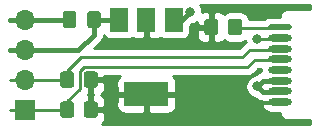
<source format=gtl>
%TF.GenerationSoftware,KiCad,Pcbnew,(5.1.12)-1*%
%TF.CreationDate,2022-05-16T22:14:10+01:00*%
%TF.ProjectId,wiicam,77696963-616d-42e6-9b69-6361645f7063,rev?*%
%TF.SameCoordinates,Original*%
%TF.FileFunction,Copper,L1,Top*%
%TF.FilePolarity,Positive*%
%FSLAX46Y46*%
G04 Gerber Fmt 4.6, Leading zero omitted, Abs format (unit mm)*
G04 Created by KiCad (PCBNEW (5.1.12)-1) date 2022-05-16 22:14:10*
%MOMM*%
%LPD*%
G01*
G04 APERTURE LIST*
%TA.AperFunction,SMDPad,CuDef*%
%ADD10O,2.000000X0.560000*%
%TD*%
%TA.AperFunction,SMDPad,CuDef*%
%ADD11O,2.000000X0.600000*%
%TD*%
%TA.AperFunction,ComponentPad*%
%ADD12O,1.700000X1.700000*%
%TD*%
%TA.AperFunction,ComponentPad*%
%ADD13R,1.700000X1.700000*%
%TD*%
%TA.AperFunction,SMDPad,CuDef*%
%ADD14R,1.500000X2.000000*%
%TD*%
%TA.AperFunction,SMDPad,CuDef*%
%ADD15R,3.800000X2.000000*%
%TD*%
%TA.AperFunction,ViaPad*%
%ADD16C,0.800000*%
%TD*%
%TA.AperFunction,Conductor*%
%ADD17C,0.400000*%
%TD*%
%TA.AperFunction,Conductor*%
%ADD18C,0.250000*%
%TD*%
%TA.AperFunction,Conductor*%
%ADD19C,0.254000*%
%TD*%
%TA.AperFunction,Conductor*%
%ADD20C,0.100000*%
%TD*%
G04 APERTURE END LIST*
%TA.AperFunction,SMDPad,CuDef*%
G36*
G01*
X161255000Y-120784999D02*
X161255000Y-121685001D01*
G75*
G02*
X161005001Y-121935000I-249999J0D01*
G01*
X160304999Y-121935000D01*
G75*
G02*
X160055000Y-121685001I0J249999D01*
G01*
X160055000Y-120784999D01*
G75*
G02*
X160304999Y-120535000I249999J0D01*
G01*
X161005001Y-120535000D01*
G75*
G02*
X161255000Y-120784999I0J-249999D01*
G01*
G37*
%TD.AperFunction*%
%TA.AperFunction,SMDPad,CuDef*%
G36*
G01*
X159255000Y-120784999D02*
X159255000Y-121685001D01*
G75*
G02*
X159005001Y-121935000I-249999J0D01*
G01*
X158304999Y-121935000D01*
G75*
G02*
X158055000Y-121685001I0J249999D01*
G01*
X158055000Y-120784999D01*
G75*
G02*
X158304999Y-120535000I249999J0D01*
G01*
X159005001Y-120535000D01*
G75*
G02*
X159255000Y-120784999I0J-249999D01*
G01*
G37*
%TD.AperFunction*%
D10*
X164465000Y-121260000D03*
D11*
X164465000Y-122160000D03*
X164465000Y-123060000D03*
X164465000Y-123960000D03*
X164465000Y-124860000D03*
X164465000Y-125760000D03*
X164465000Y-126660000D03*
X164465000Y-127560000D03*
%TA.AperFunction,SMDPad,CuDef*%
G36*
G01*
X149304500Y-120125000D02*
X149304500Y-121075000D01*
G75*
G02*
X149054500Y-121325000I-250000J0D01*
G01*
X148379500Y-121325000D01*
G75*
G02*
X148129500Y-121075000I0J250000D01*
G01*
X148129500Y-120125000D01*
G75*
G02*
X148379500Y-119875000I250000J0D01*
G01*
X149054500Y-119875000D01*
G75*
G02*
X149304500Y-120125000I0J-250000D01*
G01*
G37*
%TD.AperFunction*%
%TA.AperFunction,SMDPad,CuDef*%
G36*
G01*
X147229500Y-120125000D02*
X147229500Y-121075000D01*
G75*
G02*
X146979500Y-121325000I-250000J0D01*
G01*
X146304500Y-121325000D01*
G75*
G02*
X146054500Y-121075000I0J250000D01*
G01*
X146054500Y-120125000D01*
G75*
G02*
X146304500Y-119875000I250000J0D01*
G01*
X146979500Y-119875000D01*
G75*
G02*
X147229500Y-120125000I0J-250000D01*
G01*
G37*
%TD.AperFunction*%
%TA.AperFunction,SMDPad,CuDef*%
G36*
G01*
X145847000Y-126130001D02*
X145847000Y-125229999D01*
G75*
G02*
X146096999Y-124980000I249999J0D01*
G01*
X146797001Y-124980000D01*
G75*
G02*
X147047000Y-125229999I0J-249999D01*
G01*
X147047000Y-126130001D01*
G75*
G02*
X146797001Y-126380000I-249999J0D01*
G01*
X146096999Y-126380000D01*
G75*
G02*
X145847000Y-126130001I0J249999D01*
G01*
G37*
%TD.AperFunction*%
%TA.AperFunction,SMDPad,CuDef*%
G36*
G01*
X147847000Y-126130001D02*
X147847000Y-125229999D01*
G75*
G02*
X148096999Y-124980000I249999J0D01*
G01*
X148797001Y-124980000D01*
G75*
G02*
X149047000Y-125229999I0J-249999D01*
G01*
X149047000Y-126130001D01*
G75*
G02*
X148797001Y-126380000I-249999J0D01*
G01*
X148096999Y-126380000D01*
G75*
G02*
X147847000Y-126130001I0J249999D01*
G01*
G37*
%TD.AperFunction*%
D12*
X142875000Y-120600000D03*
X142875000Y-123140000D03*
X142875000Y-125680000D03*
D13*
X142875000Y-128220000D03*
%TA.AperFunction,SMDPad,CuDef*%
G36*
G01*
X147847000Y-128670001D02*
X147847000Y-127769999D01*
G75*
G02*
X148096999Y-127520000I249999J0D01*
G01*
X148797001Y-127520000D01*
G75*
G02*
X149047000Y-127769999I0J-249999D01*
G01*
X149047000Y-128670001D01*
G75*
G02*
X148797001Y-128920000I-249999J0D01*
G01*
X148096999Y-128920000D01*
G75*
G02*
X147847000Y-128670001I0J249999D01*
G01*
G37*
%TD.AperFunction*%
%TA.AperFunction,SMDPad,CuDef*%
G36*
G01*
X145847000Y-128670001D02*
X145847000Y-127769999D01*
G75*
G02*
X146096999Y-127520000I249999J0D01*
G01*
X146797001Y-127520000D01*
G75*
G02*
X147047000Y-127769999I0J-249999D01*
G01*
X147047000Y-128670001D01*
G75*
G02*
X146797001Y-128920000I-249999J0D01*
G01*
X146096999Y-128920000D01*
G75*
G02*
X145847000Y-128670001I0J249999D01*
G01*
G37*
%TD.AperFunction*%
D14*
X155462000Y-120625000D03*
X150862000Y-120625000D03*
X153162000Y-120625000D03*
D15*
X153162000Y-126925000D03*
D16*
X158750000Y-126950000D03*
X150495000Y-126950000D03*
X149860000Y-122505000D03*
X162560000Y-122210000D03*
X162560000Y-126260000D03*
X156845000Y-119965000D03*
D17*
X150520000Y-126925000D02*
X150495000Y-126950000D01*
X153162000Y-126925000D02*
X150520000Y-126925000D01*
D18*
X164465000Y-122210000D02*
X162560000Y-122210000D01*
D17*
X150862000Y-120650000D02*
X148767000Y-120650000D01*
X148717000Y-121870000D02*
X148717000Y-120600000D01*
X147397000Y-123190000D02*
X148717000Y-121870000D01*
X141605000Y-123190000D02*
X147397000Y-123190000D01*
D18*
X141605000Y-128220000D02*
X144415000Y-128220000D01*
X146447000Y-127520000D02*
X146447000Y-128220000D01*
X147521990Y-126445010D02*
X146447000Y-127520000D01*
X147521990Y-124991820D02*
X147521990Y-126445010D01*
X147858820Y-124654990D02*
X147521990Y-124991820D01*
X162325000Y-124010000D02*
X161680010Y-124654990D01*
X164465000Y-124010000D02*
X162325000Y-124010000D01*
X161680010Y-124654990D02*
X147858820Y-124654990D01*
X144415000Y-128220000D02*
X146447000Y-128220000D01*
X141605000Y-125680000D02*
X144415000Y-125680000D01*
X164435000Y-123140000D02*
X164465000Y-123110000D01*
X161925000Y-123140000D02*
X164435000Y-123140000D01*
X161290000Y-123775000D02*
X161925000Y-123140000D01*
X146447000Y-124980000D02*
X147652000Y-123775000D01*
X146447000Y-125680000D02*
X146447000Y-124980000D01*
X147652000Y-123775000D02*
X161290000Y-123775000D01*
X144415000Y-125680000D02*
X146447000Y-125680000D01*
X160730000Y-121310000D02*
X160655000Y-121235000D01*
X164465000Y-121310000D02*
X160730000Y-121310000D01*
D17*
X163010000Y-125810000D02*
X162560000Y-126260000D01*
X164465000Y-125810000D02*
X163010000Y-125810000D01*
X163010000Y-126710000D02*
X162560000Y-126260000D01*
X164465000Y-126710000D02*
X163010000Y-126710000D01*
X146592000Y-120650000D02*
X146642000Y-120600000D01*
X141605000Y-120650000D02*
X146592000Y-120650000D01*
X156185000Y-120625000D02*
X156845000Y-119965000D01*
X155462000Y-120625000D02*
X156185000Y-120625000D01*
D19*
X162825476Y-124860000D02*
X162838234Y-124989532D01*
X162688913Y-125034828D01*
X162543854Y-125112364D01*
X162416709Y-125216709D01*
X162400510Y-125236448D01*
X162258102Y-125264774D01*
X162069744Y-125342795D01*
X161900226Y-125456063D01*
X161756063Y-125600226D01*
X161642795Y-125769744D01*
X161564774Y-125958102D01*
X161525000Y-126158061D01*
X161525000Y-126361939D01*
X161564774Y-126561898D01*
X161642795Y-126750256D01*
X161756063Y-126919774D01*
X161900226Y-127063937D01*
X162069744Y-127177205D01*
X162258102Y-127255226D01*
X162400510Y-127283552D01*
X162416709Y-127303291D01*
X162543854Y-127407636D01*
X162684228Y-127482668D01*
X162688913Y-127485172D01*
X162846311Y-127532918D01*
X163009999Y-127549040D01*
X163051018Y-127545000D01*
X163461479Y-127545000D01*
X163581708Y-127581471D01*
X163719068Y-127595000D01*
X164440000Y-127595000D01*
X164440000Y-127707000D01*
X164338000Y-127707000D01*
X164338000Y-127687000D01*
X162999210Y-127687000D01*
X162869937Y-127830347D01*
X162917018Y-127973862D01*
X163014052Y-128131343D01*
X163139945Y-128266867D01*
X163289858Y-128375227D01*
X163458031Y-128452258D01*
X163638000Y-128495000D01*
X164440254Y-128495000D01*
X164449550Y-128589383D01*
X164487290Y-128713793D01*
X164548575Y-128828450D01*
X164570343Y-128854974D01*
X164631052Y-128928948D01*
X164731550Y-129011425D01*
X164846207Y-129072710D01*
X164970617Y-129110450D01*
X165100000Y-129123193D01*
X165132419Y-129120000D01*
X166980000Y-129120000D01*
X166980001Y-129465000D01*
X149374436Y-129465000D01*
X149401494Y-129450537D01*
X149498185Y-129371185D01*
X149577537Y-129274494D01*
X149636502Y-129164180D01*
X149672812Y-129044482D01*
X149685072Y-128920000D01*
X149682000Y-128505750D01*
X149523250Y-128347000D01*
X148574000Y-128347000D01*
X148574000Y-128367000D01*
X148320000Y-128367000D01*
X148320000Y-128347000D01*
X148300000Y-128347000D01*
X148300000Y-128093000D01*
X148320000Y-128093000D01*
X148320000Y-127043750D01*
X148226250Y-126950000D01*
X148320000Y-126856250D01*
X148320000Y-125807000D01*
X148574000Y-125807000D01*
X148574000Y-126856250D01*
X148667750Y-126950000D01*
X148574000Y-127043750D01*
X148574000Y-128093000D01*
X149523250Y-128093000D01*
X149682000Y-127934250D01*
X149682068Y-127925000D01*
X150623928Y-127925000D01*
X150636188Y-128049482D01*
X150672498Y-128169180D01*
X150731463Y-128279494D01*
X150810815Y-128376185D01*
X150907506Y-128455537D01*
X151017820Y-128514502D01*
X151137518Y-128550812D01*
X151262000Y-128563072D01*
X152876250Y-128560000D01*
X153035000Y-128401250D01*
X153035000Y-127052000D01*
X153289000Y-127052000D01*
X153289000Y-128401250D01*
X153447750Y-128560000D01*
X155062000Y-128563072D01*
X155186482Y-128550812D01*
X155306180Y-128514502D01*
X155416494Y-128455537D01*
X155513185Y-128376185D01*
X155592537Y-128279494D01*
X155651502Y-128169180D01*
X155687812Y-128049482D01*
X155700072Y-127925000D01*
X155697000Y-127210750D01*
X155538250Y-127052000D01*
X153289000Y-127052000D01*
X153035000Y-127052000D01*
X150785750Y-127052000D01*
X150627000Y-127210750D01*
X150623928Y-127925000D01*
X149682068Y-127925000D01*
X149685072Y-127520000D01*
X149672812Y-127395518D01*
X149636502Y-127275820D01*
X149577537Y-127165506D01*
X149498185Y-127068815D01*
X149401494Y-126989463D01*
X149327665Y-126950000D01*
X149401494Y-126910537D01*
X149498185Y-126831185D01*
X149577537Y-126734494D01*
X149636502Y-126624180D01*
X149672812Y-126504482D01*
X149685072Y-126380000D01*
X149682000Y-125965750D01*
X149523250Y-125807000D01*
X148574000Y-125807000D01*
X148320000Y-125807000D01*
X148300000Y-125807000D01*
X148300000Y-125553000D01*
X148320000Y-125553000D01*
X148320000Y-125533000D01*
X148574000Y-125533000D01*
X148574000Y-125553000D01*
X149523250Y-125553000D01*
X149661260Y-125414990D01*
X150882494Y-125414990D01*
X150810815Y-125473815D01*
X150731463Y-125570506D01*
X150672498Y-125680820D01*
X150636188Y-125800518D01*
X150623928Y-125925000D01*
X150627000Y-126639250D01*
X150785750Y-126798000D01*
X153035000Y-126798000D01*
X153035000Y-126778000D01*
X153289000Y-126778000D01*
X153289000Y-126798000D01*
X155538250Y-126798000D01*
X155697000Y-126639250D01*
X155700072Y-125925000D01*
X155687812Y-125800518D01*
X155651502Y-125680820D01*
X155592537Y-125570506D01*
X155513185Y-125473815D01*
X155441506Y-125414990D01*
X161642688Y-125414990D01*
X161680010Y-125418666D01*
X161717332Y-125414990D01*
X161717343Y-125414990D01*
X161828996Y-125403993D01*
X161972257Y-125360536D01*
X162104286Y-125289964D01*
X162220011Y-125194991D01*
X162243813Y-125165988D01*
X162639802Y-124770000D01*
X162834340Y-124770000D01*
X162825476Y-124860000D01*
%TA.AperFunction,Conductor*%
D20*
G36*
X162825476Y-124860000D02*
G01*
X162838234Y-124989532D01*
X162688913Y-125034828D01*
X162543854Y-125112364D01*
X162416709Y-125216709D01*
X162400510Y-125236448D01*
X162258102Y-125264774D01*
X162069744Y-125342795D01*
X161900226Y-125456063D01*
X161756063Y-125600226D01*
X161642795Y-125769744D01*
X161564774Y-125958102D01*
X161525000Y-126158061D01*
X161525000Y-126361939D01*
X161564774Y-126561898D01*
X161642795Y-126750256D01*
X161756063Y-126919774D01*
X161900226Y-127063937D01*
X162069744Y-127177205D01*
X162258102Y-127255226D01*
X162400510Y-127283552D01*
X162416709Y-127303291D01*
X162543854Y-127407636D01*
X162684228Y-127482668D01*
X162688913Y-127485172D01*
X162846311Y-127532918D01*
X163009999Y-127549040D01*
X163051018Y-127545000D01*
X163461479Y-127545000D01*
X163581708Y-127581471D01*
X163719068Y-127595000D01*
X164440000Y-127595000D01*
X164440000Y-127707000D01*
X164338000Y-127707000D01*
X164338000Y-127687000D01*
X162999210Y-127687000D01*
X162869937Y-127830347D01*
X162917018Y-127973862D01*
X163014052Y-128131343D01*
X163139945Y-128266867D01*
X163289858Y-128375227D01*
X163458031Y-128452258D01*
X163638000Y-128495000D01*
X164440254Y-128495000D01*
X164449550Y-128589383D01*
X164487290Y-128713793D01*
X164548575Y-128828450D01*
X164570343Y-128854974D01*
X164631052Y-128928948D01*
X164731550Y-129011425D01*
X164846207Y-129072710D01*
X164970617Y-129110450D01*
X165100000Y-129123193D01*
X165132419Y-129120000D01*
X166980000Y-129120000D01*
X166980001Y-129465000D01*
X149374436Y-129465000D01*
X149401494Y-129450537D01*
X149498185Y-129371185D01*
X149577537Y-129274494D01*
X149636502Y-129164180D01*
X149672812Y-129044482D01*
X149685072Y-128920000D01*
X149682000Y-128505750D01*
X149523250Y-128347000D01*
X148574000Y-128347000D01*
X148574000Y-128367000D01*
X148320000Y-128367000D01*
X148320000Y-128347000D01*
X148300000Y-128347000D01*
X148300000Y-128093000D01*
X148320000Y-128093000D01*
X148320000Y-127043750D01*
X148226250Y-126950000D01*
X148320000Y-126856250D01*
X148320000Y-125807000D01*
X148574000Y-125807000D01*
X148574000Y-126856250D01*
X148667750Y-126950000D01*
X148574000Y-127043750D01*
X148574000Y-128093000D01*
X149523250Y-128093000D01*
X149682000Y-127934250D01*
X149682068Y-127925000D01*
X150623928Y-127925000D01*
X150636188Y-128049482D01*
X150672498Y-128169180D01*
X150731463Y-128279494D01*
X150810815Y-128376185D01*
X150907506Y-128455537D01*
X151017820Y-128514502D01*
X151137518Y-128550812D01*
X151262000Y-128563072D01*
X152876250Y-128560000D01*
X153035000Y-128401250D01*
X153035000Y-127052000D01*
X153289000Y-127052000D01*
X153289000Y-128401250D01*
X153447750Y-128560000D01*
X155062000Y-128563072D01*
X155186482Y-128550812D01*
X155306180Y-128514502D01*
X155416494Y-128455537D01*
X155513185Y-128376185D01*
X155592537Y-128279494D01*
X155651502Y-128169180D01*
X155687812Y-128049482D01*
X155700072Y-127925000D01*
X155697000Y-127210750D01*
X155538250Y-127052000D01*
X153289000Y-127052000D01*
X153035000Y-127052000D01*
X150785750Y-127052000D01*
X150627000Y-127210750D01*
X150623928Y-127925000D01*
X149682068Y-127925000D01*
X149685072Y-127520000D01*
X149672812Y-127395518D01*
X149636502Y-127275820D01*
X149577537Y-127165506D01*
X149498185Y-127068815D01*
X149401494Y-126989463D01*
X149327665Y-126950000D01*
X149401494Y-126910537D01*
X149498185Y-126831185D01*
X149577537Y-126734494D01*
X149636502Y-126624180D01*
X149672812Y-126504482D01*
X149685072Y-126380000D01*
X149682000Y-125965750D01*
X149523250Y-125807000D01*
X148574000Y-125807000D01*
X148320000Y-125807000D01*
X148300000Y-125807000D01*
X148300000Y-125553000D01*
X148320000Y-125553000D01*
X148320000Y-125533000D01*
X148574000Y-125533000D01*
X148574000Y-125553000D01*
X149523250Y-125553000D01*
X149661260Y-125414990D01*
X150882494Y-125414990D01*
X150810815Y-125473815D01*
X150731463Y-125570506D01*
X150672498Y-125680820D01*
X150636188Y-125800518D01*
X150623928Y-125925000D01*
X150627000Y-126639250D01*
X150785750Y-126798000D01*
X153035000Y-126798000D01*
X153035000Y-126778000D01*
X153289000Y-126778000D01*
X153289000Y-126798000D01*
X155538250Y-126798000D01*
X155697000Y-126639250D01*
X155700072Y-125925000D01*
X155687812Y-125800518D01*
X155651502Y-125680820D01*
X155592537Y-125570506D01*
X155513185Y-125473815D01*
X155441506Y-125414990D01*
X161642688Y-125414990D01*
X161680010Y-125418666D01*
X161717332Y-125414990D01*
X161717343Y-125414990D01*
X161828996Y-125403993D01*
X161972257Y-125360536D01*
X162104286Y-125289964D01*
X162220011Y-125194991D01*
X162243813Y-125165988D01*
X162639802Y-124770000D01*
X162834340Y-124770000D01*
X162825476Y-124860000D01*
G37*
%TD.AperFunction*%
D19*
X166980001Y-119700000D02*
X165132419Y-119700000D01*
X165100000Y-119696807D01*
X165067581Y-119700000D01*
X164970617Y-119709550D01*
X164846207Y-119747290D01*
X164731550Y-119808575D01*
X164631052Y-119891052D01*
X164548575Y-119991550D01*
X164487290Y-120106207D01*
X164449550Y-120230617D01*
X164438284Y-120345000D01*
X163700053Y-120345000D01*
X163565629Y-120358240D01*
X163393151Y-120410560D01*
X163234194Y-120495524D01*
X163167815Y-120550000D01*
X161857278Y-120550000D01*
X161825472Y-120445149D01*
X161743405Y-120291613D01*
X161632962Y-120157038D01*
X161498387Y-120046595D01*
X161344851Y-119964528D01*
X161178255Y-119913992D01*
X161005001Y-119896928D01*
X160304999Y-119896928D01*
X160131745Y-119913992D01*
X159965149Y-119964528D01*
X159811613Y-120046595D01*
X159730363Y-120113276D01*
X159706185Y-120083815D01*
X159609494Y-120004463D01*
X159499180Y-119945498D01*
X159379482Y-119909188D01*
X159255000Y-119896928D01*
X158940750Y-119900000D01*
X158782000Y-120058750D01*
X158782000Y-121108000D01*
X158802000Y-121108000D01*
X158802000Y-121362000D01*
X158782000Y-121362000D01*
X158782000Y-122411250D01*
X158940750Y-122570000D01*
X159255000Y-122573072D01*
X159379482Y-122560812D01*
X159499180Y-122524502D01*
X159609494Y-122465537D01*
X159706185Y-122386185D01*
X159730363Y-122356724D01*
X159811613Y-122423405D01*
X159965149Y-122505472D01*
X160131745Y-122556008D01*
X160304999Y-122573072D01*
X161005001Y-122573072D01*
X161178255Y-122556008D01*
X161344851Y-122505472D01*
X161498387Y-122423405D01*
X161540326Y-122388987D01*
X161557383Y-122474741D01*
X161500724Y-122505026D01*
X161384999Y-122599999D01*
X161361200Y-122628998D01*
X160975199Y-123015000D01*
X148752868Y-123015000D01*
X149278433Y-122489436D01*
X149310291Y-122463291D01*
X149350064Y-122414828D01*
X149414636Y-122336146D01*
X149492172Y-122191087D01*
X149539918Y-122033689D01*
X149550889Y-121922296D01*
X149581463Y-121979494D01*
X149660815Y-122076185D01*
X149757506Y-122155537D01*
X149867820Y-122214502D01*
X149987518Y-122250812D01*
X150112000Y-122263072D01*
X151612000Y-122263072D01*
X151736482Y-122250812D01*
X151856180Y-122214502D01*
X151966494Y-122155537D01*
X152012000Y-122118191D01*
X152057506Y-122155537D01*
X152167820Y-122214502D01*
X152287518Y-122250812D01*
X152412000Y-122263072D01*
X152876250Y-122260000D01*
X153035000Y-122101250D01*
X153035000Y-120752000D01*
X153015000Y-120752000D01*
X153015000Y-120498000D01*
X153035000Y-120498000D01*
X153035000Y-120478000D01*
X153289000Y-120478000D01*
X153289000Y-120498000D01*
X153309000Y-120498000D01*
X153309000Y-120752000D01*
X153289000Y-120752000D01*
X153289000Y-122101250D01*
X153447750Y-122260000D01*
X153912000Y-122263072D01*
X154036482Y-122250812D01*
X154156180Y-122214502D01*
X154266494Y-122155537D01*
X154312000Y-122118191D01*
X154357506Y-122155537D01*
X154467820Y-122214502D01*
X154587518Y-122250812D01*
X154712000Y-122263072D01*
X156212000Y-122263072D01*
X156336482Y-122250812D01*
X156456180Y-122214502D01*
X156566494Y-122155537D01*
X156663185Y-122076185D01*
X156742537Y-121979494D01*
X156766319Y-121935000D01*
X157416928Y-121935000D01*
X157429188Y-122059482D01*
X157465498Y-122179180D01*
X157524463Y-122289494D01*
X157603815Y-122386185D01*
X157700506Y-122465537D01*
X157810820Y-122524502D01*
X157930518Y-122560812D01*
X158055000Y-122573072D01*
X158369250Y-122570000D01*
X158528000Y-122411250D01*
X158528000Y-121362000D01*
X157578750Y-121362000D01*
X157420000Y-121520750D01*
X157416928Y-121935000D01*
X156766319Y-121935000D01*
X156801502Y-121869180D01*
X156837812Y-121749482D01*
X156850072Y-121625000D01*
X156850072Y-121140795D01*
X157001775Y-120989092D01*
X157146898Y-120960226D01*
X157335256Y-120882205D01*
X157419087Y-120826191D01*
X157420000Y-120949250D01*
X157578750Y-121108000D01*
X158528000Y-121108000D01*
X158528000Y-120058750D01*
X158369250Y-119900000D01*
X158055000Y-119896928D01*
X157930518Y-119909188D01*
X157880000Y-119924512D01*
X157880000Y-119863061D01*
X157840226Y-119663102D01*
X157762205Y-119474744D01*
X157682195Y-119355000D01*
X166980000Y-119355000D01*
X166980001Y-119700000D01*
%TA.AperFunction,Conductor*%
D20*
G36*
X166980001Y-119700000D02*
G01*
X165132419Y-119700000D01*
X165100000Y-119696807D01*
X165067581Y-119700000D01*
X164970617Y-119709550D01*
X164846207Y-119747290D01*
X164731550Y-119808575D01*
X164631052Y-119891052D01*
X164548575Y-119991550D01*
X164487290Y-120106207D01*
X164449550Y-120230617D01*
X164438284Y-120345000D01*
X163700053Y-120345000D01*
X163565629Y-120358240D01*
X163393151Y-120410560D01*
X163234194Y-120495524D01*
X163167815Y-120550000D01*
X161857278Y-120550000D01*
X161825472Y-120445149D01*
X161743405Y-120291613D01*
X161632962Y-120157038D01*
X161498387Y-120046595D01*
X161344851Y-119964528D01*
X161178255Y-119913992D01*
X161005001Y-119896928D01*
X160304999Y-119896928D01*
X160131745Y-119913992D01*
X159965149Y-119964528D01*
X159811613Y-120046595D01*
X159730363Y-120113276D01*
X159706185Y-120083815D01*
X159609494Y-120004463D01*
X159499180Y-119945498D01*
X159379482Y-119909188D01*
X159255000Y-119896928D01*
X158940750Y-119900000D01*
X158782000Y-120058750D01*
X158782000Y-121108000D01*
X158802000Y-121108000D01*
X158802000Y-121362000D01*
X158782000Y-121362000D01*
X158782000Y-122411250D01*
X158940750Y-122570000D01*
X159255000Y-122573072D01*
X159379482Y-122560812D01*
X159499180Y-122524502D01*
X159609494Y-122465537D01*
X159706185Y-122386185D01*
X159730363Y-122356724D01*
X159811613Y-122423405D01*
X159965149Y-122505472D01*
X160131745Y-122556008D01*
X160304999Y-122573072D01*
X161005001Y-122573072D01*
X161178255Y-122556008D01*
X161344851Y-122505472D01*
X161498387Y-122423405D01*
X161540326Y-122388987D01*
X161557383Y-122474741D01*
X161500724Y-122505026D01*
X161384999Y-122599999D01*
X161361200Y-122628998D01*
X160975199Y-123015000D01*
X148752868Y-123015000D01*
X149278433Y-122489436D01*
X149310291Y-122463291D01*
X149350064Y-122414828D01*
X149414636Y-122336146D01*
X149492172Y-122191087D01*
X149539918Y-122033689D01*
X149550889Y-121922296D01*
X149581463Y-121979494D01*
X149660815Y-122076185D01*
X149757506Y-122155537D01*
X149867820Y-122214502D01*
X149987518Y-122250812D01*
X150112000Y-122263072D01*
X151612000Y-122263072D01*
X151736482Y-122250812D01*
X151856180Y-122214502D01*
X151966494Y-122155537D01*
X152012000Y-122118191D01*
X152057506Y-122155537D01*
X152167820Y-122214502D01*
X152287518Y-122250812D01*
X152412000Y-122263072D01*
X152876250Y-122260000D01*
X153035000Y-122101250D01*
X153035000Y-120752000D01*
X153015000Y-120752000D01*
X153015000Y-120498000D01*
X153035000Y-120498000D01*
X153035000Y-120478000D01*
X153289000Y-120478000D01*
X153289000Y-120498000D01*
X153309000Y-120498000D01*
X153309000Y-120752000D01*
X153289000Y-120752000D01*
X153289000Y-122101250D01*
X153447750Y-122260000D01*
X153912000Y-122263072D01*
X154036482Y-122250812D01*
X154156180Y-122214502D01*
X154266494Y-122155537D01*
X154312000Y-122118191D01*
X154357506Y-122155537D01*
X154467820Y-122214502D01*
X154587518Y-122250812D01*
X154712000Y-122263072D01*
X156212000Y-122263072D01*
X156336482Y-122250812D01*
X156456180Y-122214502D01*
X156566494Y-122155537D01*
X156663185Y-122076185D01*
X156742537Y-121979494D01*
X156766319Y-121935000D01*
X157416928Y-121935000D01*
X157429188Y-122059482D01*
X157465498Y-122179180D01*
X157524463Y-122289494D01*
X157603815Y-122386185D01*
X157700506Y-122465537D01*
X157810820Y-122524502D01*
X157930518Y-122560812D01*
X158055000Y-122573072D01*
X158369250Y-122570000D01*
X158528000Y-122411250D01*
X158528000Y-121362000D01*
X157578750Y-121362000D01*
X157420000Y-121520750D01*
X157416928Y-121935000D01*
X156766319Y-121935000D01*
X156801502Y-121869180D01*
X156837812Y-121749482D01*
X156850072Y-121625000D01*
X156850072Y-121140795D01*
X157001775Y-120989092D01*
X157146898Y-120960226D01*
X157335256Y-120882205D01*
X157419087Y-120826191D01*
X157420000Y-120949250D01*
X157578750Y-121108000D01*
X158528000Y-121108000D01*
X158528000Y-120058750D01*
X158369250Y-119900000D01*
X158055000Y-119896928D01*
X157930518Y-119909188D01*
X157880000Y-119924512D01*
X157880000Y-119863061D01*
X157840226Y-119663102D01*
X157762205Y-119474744D01*
X157682195Y-119355000D01*
X166980000Y-119355000D01*
X166980001Y-119700000D01*
G37*
%TD.AperFunction*%
M02*

</source>
